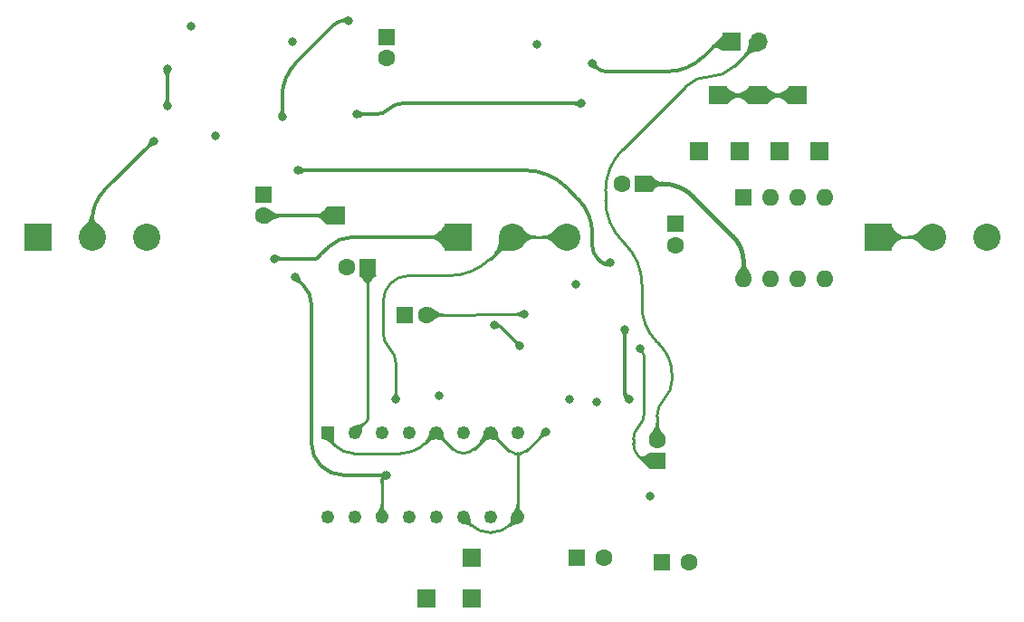
<source format=gbl>
%TF.GenerationSoftware,KiCad,Pcbnew,7.0.2*%
%TF.CreationDate,2023-07-16T22:24:44-04:00*%
%TF.ProjectId,hellerune,68656c6c-6572-4756-9e65-2e6b69636164,rev?*%
%TF.SameCoordinates,Original*%
%TF.FileFunction,Copper,L4,Bot*%
%TF.FilePolarity,Positive*%
%FSLAX46Y46*%
G04 Gerber Fmt 4.6, Leading zero omitted, Abs format (unit mm)*
G04 Created by KiCad (PCBNEW 7.0.2) date 2023-07-16 22:24:44*
%MOMM*%
%LPD*%
G01*
G04 APERTURE LIST*
%TA.AperFunction,ComponentPad*%
%ADD10R,1.700000X1.700000*%
%TD*%
%TA.AperFunction,ComponentPad*%
%ADD11O,1.700000X1.700000*%
%TD*%
%TA.AperFunction,ComponentPad*%
%ADD12R,2.540000X2.540000*%
%TD*%
%TA.AperFunction,ComponentPad*%
%ADD13C,2.540000*%
%TD*%
%TA.AperFunction,ComponentPad*%
%ADD14R,1.600000X1.600000*%
%TD*%
%TA.AperFunction,ComponentPad*%
%ADD15O,1.600000X1.600000*%
%TD*%
%TA.AperFunction,ComponentPad*%
%ADD16C,1.600000*%
%TD*%
%TA.AperFunction,ComponentPad*%
%ADD17R,1.248000X1.248000*%
%TD*%
%TA.AperFunction,ComponentPad*%
%ADD18C,1.248000*%
%TD*%
%TA.AperFunction,ViaPad*%
%ADD19C,0.800000*%
%TD*%
%TA.AperFunction,Conductor*%
%ADD20C,0.300000*%
%TD*%
%TA.AperFunction,Conductor*%
%ADD21C,0.250000*%
%TD*%
%TA.AperFunction,Conductor*%
%ADD22C,0.400000*%
%TD*%
G04 APERTURE END LIST*
D10*
X159750000Y-56750000D03*
D11*
X162290000Y-56750000D03*
D10*
X168000000Y-67000000D03*
X135500000Y-105000000D03*
D12*
X94920000Y-74985500D03*
D13*
X100000000Y-74985500D03*
X105080000Y-74985500D03*
D12*
X173456800Y-75000000D03*
D13*
X178536800Y-75000000D03*
X183616800Y-75000000D03*
D10*
X156750000Y-67000000D03*
X166000000Y-61750000D03*
X164250000Y-67000000D03*
X158500000Y-61750000D03*
X122750000Y-73000000D03*
X160500000Y-67000000D03*
X131250000Y-108750000D03*
X135500000Y-108750000D03*
X162250000Y-61750000D03*
D12*
X134170000Y-74985500D03*
D13*
X139250000Y-74985500D03*
X144330000Y-74985500D03*
D14*
X160920000Y-71250000D03*
D15*
X163460000Y-71250000D03*
X166000000Y-71250000D03*
X168540000Y-71250000D03*
X168540000Y-78870000D03*
X166000000Y-78870000D03*
X163460000Y-78870000D03*
X160920000Y-78870000D03*
D14*
X127500000Y-56250000D03*
D16*
X127500000Y-58250000D03*
D14*
X145317621Y-105000000D03*
D16*
X147817621Y-105000000D03*
D14*
X125755113Y-77800000D03*
D16*
X123755113Y-77800000D03*
D14*
X151500000Y-70000000D03*
D16*
X149500000Y-70000000D03*
D14*
X116000000Y-71000000D03*
D16*
X116000000Y-73000000D03*
D14*
X152800000Y-95955113D03*
D16*
X152800000Y-93955113D03*
D14*
X153300000Y-105400000D03*
D16*
X155800000Y-105400000D03*
D14*
X154500000Y-73750000D03*
D16*
X154500000Y-75750000D03*
D14*
X129250000Y-82250000D03*
D16*
X131250000Y-82250000D03*
D17*
X121999293Y-93250707D03*
D18*
X124539293Y-93250707D03*
X127079293Y-93250707D03*
X129619293Y-93250707D03*
X132159293Y-93250707D03*
X134699293Y-93250707D03*
X137239293Y-93250707D03*
X139779293Y-93250707D03*
X139779293Y-101190707D03*
X137239293Y-101190707D03*
X134699293Y-101190707D03*
X132159293Y-101190707D03*
X129619293Y-101190707D03*
X127079293Y-101190707D03*
X124539293Y-101190707D03*
X121999293Y-101190707D03*
D19*
X105750000Y-66000000D03*
X146750000Y-58750000D03*
X132400000Y-89800000D03*
X145200000Y-79400000D03*
X118750000Y-56750000D03*
X141600000Y-57000000D03*
X111500000Y-65500000D03*
X144600000Y-90200000D03*
X124750000Y-63500000D03*
X145750000Y-62500000D03*
X119250000Y-68750000D03*
X142400000Y-93200000D03*
X148400000Y-77400000D03*
X149800000Y-83600000D03*
X150200000Y-90200000D03*
X107000000Y-62750000D03*
X107000000Y-59250000D03*
X128400000Y-90200000D03*
X109250000Y-55250000D03*
X147200000Y-90400000D03*
X152200000Y-99200000D03*
X140000000Y-85200000D03*
X137600000Y-83200000D03*
X119000000Y-78750000D03*
X127500000Y-97250000D03*
X140400000Y-82200000D03*
X151200000Y-85400000D03*
X117000000Y-77000000D03*
X124000000Y-54750000D03*
X117750000Y-63750000D03*
D20*
X100000000Y-73367750D02*
X100000000Y-74985500D01*
X105750000Y-66000000D02*
X101143921Y-70606078D01*
X101143895Y-70606052D02*
G75*
G03*
X100000000Y-73367750I2761705J-2761648D01*
G01*
X159125000Y-56750000D02*
X159750000Y-56750000D01*
X153805456Y-59500000D02*
X148030330Y-59500000D01*
X158058058Y-57191941D02*
X157125000Y-58125000D01*
X146750000Y-58750000D02*
X147125000Y-59125000D01*
X153805456Y-59499981D02*
G75*
G03*
X157124999Y-58124999I44J4694481D01*
G01*
X159125000Y-56750005D02*
G75*
G03*
X158058059Y-57191942I0J-1508895D01*
G01*
X147124991Y-59125009D02*
G75*
G03*
X148030330Y-59500000I905309J905309D01*
G01*
X145750000Y-62500000D02*
X128957106Y-62500000D01*
X126542893Y-63500000D02*
X124750000Y-63500000D01*
X128957106Y-62500003D02*
G75*
G03*
X127750000Y-63000000I-6J-1707097D01*
G01*
X126542893Y-63499997D02*
G75*
G03*
X127750000Y-63000000I7J1707097D01*
G01*
X149800000Y-89517157D02*
X149800000Y-83600000D01*
D21*
X139074646Y-101895353D02*
X139779293Y-101190707D01*
X137240000Y-93250000D02*
X138974332Y-94984332D01*
X135403939Y-101895353D02*
X134699293Y-101190707D01*
D20*
X148229289Y-77500000D02*
X148025000Y-77500000D01*
D21*
X140571525Y-94998474D02*
X142320000Y-93250000D01*
X139785857Y-95200000D02*
X139814142Y-95200000D01*
D20*
X148400000Y-77400000D02*
X148350000Y-77450000D01*
X145424174Y-71424174D02*
X144343792Y-70343792D01*
D21*
X139780000Y-95234142D02*
X139780000Y-100870000D01*
X122194454Y-93994454D02*
X122700000Y-94500000D01*
X137105106Y-102600000D02*
X137373479Y-102600000D01*
X132160000Y-93250000D02*
X133692806Y-94782806D01*
X132160000Y-93250000D02*
X131185000Y-94225000D01*
D20*
X119250000Y-68750000D02*
X140496036Y-68750000D01*
D21*
X124389949Y-95200000D02*
X128831141Y-95200000D01*
D20*
X147555545Y-77305545D02*
X147250000Y-77000000D01*
X150000000Y-90000000D02*
X150200000Y-90200000D01*
D21*
X140085000Y-95200000D02*
X139814142Y-95200000D01*
X122000000Y-93525000D02*
X122000000Y-93250000D01*
D20*
X146750000Y-75792893D02*
X146750000Y-74625000D01*
D21*
X139495000Y-95200000D02*
X139785857Y-95200000D01*
X137240000Y-93250000D02*
X135707193Y-94782806D01*
D20*
X146750014Y-74625000D02*
G75*
G03*
X145424173Y-71424175I-4526614J0D01*
G01*
D21*
X139814142Y-95200018D02*
G75*
G03*
X139790000Y-95210000I-42J-34082D01*
G01*
X138974339Y-94984325D02*
G75*
G03*
X139495000Y-95200000I520661J520625D01*
G01*
X139789988Y-95209988D02*
G75*
G03*
X139780000Y-95234142I24112J-24112D01*
G01*
X128831141Y-95200017D02*
G75*
G03*
X131185000Y-94225000I-41J3328917D01*
G01*
X134700000Y-95199995D02*
G75*
G03*
X135707193Y-94782806I0J1424395D01*
G01*
X140085000Y-95199984D02*
G75*
G03*
X140571524Y-94998473I0J688084D01*
G01*
X135403939Y-101895353D02*
G75*
G03*
X137105106Y-102600000I1701161J1701153D01*
G01*
X139790072Y-95210072D02*
G75*
G03*
X139785857Y-95200000I-4172J4172D01*
G01*
X133692803Y-94782809D02*
G75*
G03*
X134700000Y-95200000I1007197J1007209D01*
G01*
D20*
X146750003Y-75792893D02*
G75*
G03*
X147250000Y-77000000I1707097J-7D01*
G01*
X144343784Y-70343800D02*
G75*
G03*
X140496036Y-68750000I-3847784J-3847800D01*
G01*
X149800018Y-89517157D02*
G75*
G03*
X150000000Y-90000000I682782J-43D01*
G01*
D21*
X137373479Y-102599988D02*
G75*
G03*
X139074646Y-101895353I21J2405788D01*
G01*
D20*
X148229289Y-77499995D02*
G75*
G03*
X148350000Y-77450000I11J170695D01*
G01*
D21*
X122700015Y-94499985D02*
G75*
G03*
X124389949Y-95200000I1689985J1689985D01*
G01*
X121999998Y-93525000D02*
G75*
G03*
X122194454Y-93994454I663902J0D01*
G01*
D20*
X147555547Y-77305543D02*
G75*
G03*
X148025000Y-77500000I469453J469443D01*
G01*
X107000000Y-62750000D02*
X107000000Y-59250000D01*
D21*
X125777556Y-92012443D02*
X124540000Y-93250000D01*
X125755113Y-91913373D02*
X125755113Y-77800000D01*
X125777556Y-92012443D02*
G75*
G03*
X125777556Y-91967556I-22456J22443D01*
G01*
X125755121Y-91913373D02*
G75*
G03*
X125777556Y-91967556I76579J-27D01*
G01*
X137229292Y-77006207D02*
X139250000Y-74985500D01*
X129589949Y-78600000D02*
X133381536Y-78600000D01*
X127200000Y-80989949D02*
X127200000Y-83951471D01*
X128400000Y-90200000D02*
X128400000Y-86848528D01*
X139250000Y-74985500D02*
X144330000Y-74985500D01*
X129589949Y-78600021D02*
G75*
G03*
X127900000Y-79300000I-49J-2389879D01*
G01*
X127200012Y-83951471D02*
G75*
G03*
X127800000Y-85400000I2048488J-29D01*
G01*
X133381536Y-78600010D02*
G75*
G03*
X137229292Y-77006207I-36J5441610D01*
G01*
X127899986Y-79299986D02*
G75*
G03*
X127200000Y-80989949I1689914J-1689914D01*
G01*
X128399988Y-86848528D02*
G75*
G03*
X127800000Y-85400000I-2048488J28D01*
G01*
D20*
X116000000Y-73000000D02*
X122750000Y-73000000D01*
D21*
X137600000Y-83200000D02*
X137800000Y-83200000D01*
X140000000Y-85200000D02*
X138141421Y-83341421D01*
X138141412Y-83341430D02*
G75*
G03*
X137800000Y-83200000I-341412J-341370D01*
G01*
X127500000Y-97250000D02*
X127289646Y-97460353D01*
D20*
X120500000Y-94262563D02*
X120500000Y-81310660D01*
X119000000Y-78750000D02*
X119750000Y-79500000D01*
D21*
X127079293Y-97968191D02*
X127079293Y-101190707D01*
D20*
X123487436Y-97250000D02*
X127500000Y-97250000D01*
D21*
X127289647Y-97460354D02*
G75*
G03*
X127079293Y-97968191I507853J-507846D01*
G01*
D20*
X121374989Y-96375011D02*
G75*
G03*
X123487436Y-97250000I2112411J2112411D01*
G01*
X120500016Y-81310660D02*
G75*
G03*
X119750000Y-79500000I-2560716J-40D01*
G01*
X120500016Y-94262563D02*
G75*
G03*
X121375001Y-96374999I2987384J-37D01*
G01*
D21*
X140400000Y-82200000D02*
X131250000Y-82250000D01*
X151077556Y-95477556D02*
X151114978Y-95514978D01*
X173456800Y-75000000D02*
X178536800Y-75000000D01*
X150600000Y-94324633D02*
X150600000Y-93907106D01*
X151600000Y-91492893D02*
X151600000Y-86082842D01*
X152177556Y-95955113D02*
X152800000Y-95955113D01*
X151400000Y-85600000D02*
X151200000Y-85400000D01*
X151100002Y-92700002D02*
G75*
G03*
X151600000Y-91492893I-1207102J1207102D01*
G01*
X150599983Y-94324633D02*
G75*
G03*
X151077556Y-95477556I1630517J33D01*
G01*
X151599982Y-86082842D02*
G75*
G03*
X151400000Y-85600000I-682782J42D01*
G01*
X151114999Y-95514957D02*
G75*
G03*
X152177556Y-95955113I1062601J1062557D01*
G01*
X151099998Y-92699998D02*
G75*
G03*
X150600000Y-93907106I1207102J-1207102D01*
G01*
X152800000Y-91789949D02*
X152800000Y-93955113D01*
X149806207Y-75606207D02*
X149593792Y-75393792D01*
X148000000Y-70653963D02*
X148000000Y-71546036D01*
X159998380Y-59041619D02*
X162290000Y-56750000D01*
X153068629Y-85068629D02*
X152800000Y-84800000D01*
X149593792Y-66806207D02*
X155491619Y-60908380D01*
X151400000Y-79453963D02*
X151400000Y-81420101D01*
X154200000Y-87800000D02*
X154200000Y-88410050D01*
X157745000Y-59974988D02*
G75*
G03*
X159998380Y-59041619I0J3186788D01*
G01*
X154200012Y-87800000D02*
G75*
G03*
X153068629Y-85068629I-3862712J0D01*
G01*
X149593821Y-66806236D02*
G75*
G03*
X148000000Y-70653963I3847679J-3847764D01*
G01*
X153499985Y-90099985D02*
G75*
G03*
X154200000Y-88410050I-1689985J1689985D01*
G01*
X157745000Y-59975011D02*
G75*
G03*
X155491619Y-60908380I0J-3186789D01*
G01*
X151400000Y-81420101D02*
G75*
G03*
X152800000Y-84800000I4779900J1D01*
G01*
X153499986Y-90099986D02*
G75*
G03*
X152800000Y-91789949I1689914J-1689914D01*
G01*
X147999990Y-71546036D02*
G75*
G03*
X149593793Y-75393791I5441610J36D01*
G01*
X151400010Y-79453963D02*
G75*
G03*
X149806206Y-75606208I-5441610J-37D01*
G01*
D22*
X162250000Y-61750000D02*
X158500000Y-61750000D01*
X162250000Y-61750000D02*
X166000000Y-61750000D01*
D20*
X122069750Y-75930250D02*
X121375000Y-76625000D01*
X124350578Y-74985500D02*
X134170000Y-74985500D01*
X121375000Y-76625000D02*
X121250000Y-76750000D01*
X121203125Y-76796875D02*
X121250000Y-76750000D01*
X121078125Y-76921875D02*
X121062500Y-76937500D01*
X121109375Y-76890625D02*
X121078125Y-76921875D01*
X121171875Y-76828125D02*
X121140625Y-76859375D01*
X121203125Y-76796875D02*
X121171875Y-76828125D01*
X121109375Y-76890625D02*
X121140625Y-76859375D01*
X120911611Y-77000000D02*
X117000000Y-77000000D01*
X124350578Y-74985491D02*
G75*
G03*
X122069750Y-75930250I22J-3225609D01*
G01*
X120911611Y-77000004D02*
G75*
G03*
X121062499Y-76937499I-11J213404D01*
G01*
X122646446Y-55103553D02*
X119075825Y-58674174D01*
X117750000Y-63750000D02*
X117750000Y-61875000D01*
X124000000Y-54750000D02*
X123500000Y-54750000D01*
X123500000Y-54749998D02*
G75*
G03*
X122646446Y-55103553I0J-1207102D01*
G01*
X119075836Y-58674185D02*
G75*
G03*
X117750000Y-61875000I3200764J-3200815D01*
G01*
D22*
X153250000Y-70000000D02*
X151500000Y-70000000D01*
X160920000Y-77395000D02*
X160920000Y-78870000D01*
X156237436Y-71237436D02*
X159877017Y-74877017D01*
X160919989Y-77395000D02*
G75*
G03*
X159877016Y-74877018I-3560989J0D01*
G01*
X156237441Y-71237431D02*
G75*
G03*
X153250000Y-70000000I-2987441J-2987469D01*
G01*
%TA.AperFunction,Conductor*%
G36*
X132909098Y-73992658D02*
G01*
X134159313Y-74976305D01*
X134163696Y-74984114D01*
X134161273Y-74992735D01*
X134159313Y-74994695D01*
X132909098Y-75978341D01*
X132900477Y-75980764D01*
X132892745Y-75976477D01*
X132700156Y-75736947D01*
X132700155Y-75736946D01*
X132700000Y-75736753D01*
X132500000Y-75527380D01*
X132299999Y-75357380D01*
X132099999Y-75226753D01*
X132099995Y-75226751D01*
X131906843Y-75138622D01*
X131900739Y-75132071D01*
X131900000Y-75127978D01*
X131900000Y-74843021D01*
X131903427Y-74834748D01*
X131906839Y-74832379D01*
X132099999Y-74744246D01*
X132299999Y-74613619D01*
X132500000Y-74443619D01*
X132700000Y-74234246D01*
X132892746Y-73994521D01*
X132900599Y-73990221D01*
X132909098Y-73992658D01*
G37*
%TD.AperFunction*%
%TA.AperFunction,Conductor*%
G36*
X117163670Y-76635431D02*
G01*
X117164122Y-76635631D01*
X117271831Y-76686160D01*
X117308392Y-76703312D01*
X117309077Y-76703661D01*
X117418746Y-76764200D01*
X117418900Y-76764273D01*
X117418907Y-76764277D01*
X117453522Y-76780774D01*
X117515605Y-76810364D01*
X117631847Y-76839715D01*
X117789014Y-76849328D01*
X117797063Y-76853253D01*
X117800000Y-76861006D01*
X117800000Y-77138993D01*
X117796573Y-77147266D01*
X117789014Y-77150671D01*
X117631847Y-77160284D01*
X117515606Y-77189634D01*
X117418907Y-77235721D01*
X117418875Y-77235737D01*
X117418746Y-77235799D01*
X117418597Y-77235881D01*
X117418582Y-77235889D01*
X117309077Y-77296337D01*
X117308392Y-77296686D01*
X117164137Y-77364361D01*
X117155192Y-77364773D01*
X117148576Y-77358738D01*
X117148381Y-77358299D01*
X117000875Y-77004499D01*
X117000855Y-76995550D01*
X117148370Y-76641726D01*
X117154716Y-76635410D01*
X117163670Y-76635431D01*
G37*
%TD.AperFunction*%
%TA.AperFunction,Conductor*%
G36*
X143583045Y-73994887D02*
G01*
X143583606Y-73995573D01*
X143759826Y-74228977D01*
X144325677Y-74978450D01*
X144327927Y-74987118D01*
X144325677Y-74992550D01*
X143583611Y-75975420D01*
X143575891Y-75979958D01*
X143567223Y-75977708D01*
X143566531Y-75977142D01*
X143300430Y-75742288D01*
X143299849Y-75741739D01*
X143067142Y-75506185D01*
X143067135Y-75506178D01*
X143066921Y-75505962D01*
X142820048Y-75304141D01*
X142820047Y-75304140D01*
X142503185Y-75163380D01*
X142070314Y-75111730D01*
X142062505Y-75107347D01*
X142060000Y-75100112D01*
X142060000Y-74870887D01*
X142063427Y-74862614D01*
X142070313Y-74859269D01*
X142503183Y-74807619D01*
X142820048Y-74666858D01*
X143066921Y-74465037D01*
X143299870Y-74229239D01*
X143300408Y-74228730D01*
X143566532Y-73993856D01*
X143575001Y-73990952D01*
X143583045Y-73994887D01*
G37*
%TD.AperFunction*%
%TA.AperFunction,Conductor*%
G36*
X165158279Y-60908304D02*
G01*
X165158831Y-60908820D01*
X165636645Y-61386073D01*
X165992712Y-61741722D01*
X165996144Y-61749993D01*
X165992722Y-61758268D01*
X165992712Y-61758278D01*
X165158841Y-62591169D01*
X165150566Y-62594591D01*
X165142295Y-62591159D01*
X165141769Y-62590597D01*
X165119883Y-62565595D01*
X164980000Y-62405797D01*
X164979806Y-62405612D01*
X164810224Y-62243909D01*
X164810218Y-62243903D01*
X164810000Y-62243696D01*
X164809757Y-62243510D01*
X164809751Y-62243505D01*
X164640299Y-62113925D01*
X164640294Y-62113922D01*
X164639999Y-62113696D01*
X164639673Y-62113508D01*
X164469997Y-62015795D01*
X164307477Y-61952893D01*
X164300998Y-61946711D01*
X164300000Y-61941982D01*
X164300000Y-61558017D01*
X164303427Y-61549744D01*
X164307477Y-61547106D01*
X164469997Y-61484203D01*
X164469999Y-61484202D01*
X164639999Y-61386303D01*
X164810000Y-61256303D01*
X164980000Y-61094202D01*
X165141770Y-60909401D01*
X165149797Y-60905434D01*
X165158279Y-60908304D01*
G37*
%TD.AperFunction*%
%TA.AperFunction,Conductor*%
G36*
X127351423Y-96891261D02*
G01*
X127351630Y-96891728D01*
X127499123Y-97245498D01*
X127499144Y-97254452D01*
X127499123Y-97254502D01*
X127351630Y-97608271D01*
X127345283Y-97614589D01*
X127336329Y-97614568D01*
X127335862Y-97614361D01*
X127191605Y-97546686D01*
X127190920Y-97546337D01*
X127081415Y-97485889D01*
X127081252Y-97485799D01*
X127081109Y-97485731D01*
X127081090Y-97485721D01*
X126984392Y-97439634D01*
X126907416Y-97420198D01*
X126868152Y-97410284D01*
X126858069Y-97409667D01*
X126710986Y-97400671D01*
X126702937Y-97396746D01*
X126700000Y-97388993D01*
X126700000Y-97111006D01*
X126703427Y-97102733D01*
X126710985Y-97099328D01*
X126868152Y-97089715D01*
X126984394Y-97060364D01*
X127081252Y-97014200D01*
X127190928Y-96953656D01*
X127191596Y-96953316D01*
X127335863Y-96885637D01*
X127344807Y-96885226D01*
X127351423Y-96891261D01*
G37*
%TD.AperFunction*%
%TA.AperFunction,Conductor*%
G36*
X149949130Y-89529024D02*
G01*
X149952373Y-89534685D01*
X149985328Y-89670778D01*
X149985328Y-89670779D01*
X150072828Y-89738876D01*
X150080208Y-89740952D01*
X150195853Y-89773485D01*
X150196161Y-89773576D01*
X150336590Y-89817885D01*
X150339667Y-89819381D01*
X150471211Y-89909213D01*
X150476111Y-89916709D01*
X150474275Y-89925473D01*
X150472901Y-89927133D01*
X150201678Y-90199331D01*
X150197842Y-90201893D01*
X149841273Y-90348618D01*
X149832318Y-90348597D01*
X149826001Y-90342250D01*
X149825999Y-90342245D01*
X149767961Y-90200999D01*
X149750648Y-90158864D01*
X149750465Y-90158390D01*
X149699760Y-90017493D01*
X149699366Y-90016148D01*
X149676645Y-89917157D01*
X149670591Y-89890778D01*
X149670350Y-89889288D01*
X149656332Y-89740924D01*
X149656288Y-89740218D01*
X149650557Y-89542613D01*
X149653742Y-89534245D01*
X149661912Y-89530580D01*
X149940800Y-89525741D01*
X149949130Y-89529024D01*
G37*
%TD.AperFunction*%
%TA.AperFunction,Conductor*%
G36*
X119413670Y-68385431D02*
G01*
X119414122Y-68385631D01*
X119521831Y-68436160D01*
X119558392Y-68453312D01*
X119559077Y-68453661D01*
X119668746Y-68514200D01*
X119668900Y-68514273D01*
X119668907Y-68514277D01*
X119703522Y-68530774D01*
X119765605Y-68560364D01*
X119881847Y-68589715D01*
X120039014Y-68599328D01*
X120047063Y-68603253D01*
X120050000Y-68611006D01*
X120050000Y-68888993D01*
X120046573Y-68897266D01*
X120039014Y-68900671D01*
X119881847Y-68910284D01*
X119765606Y-68939634D01*
X119668907Y-68985721D01*
X119668875Y-68985737D01*
X119668746Y-68985799D01*
X119668597Y-68985881D01*
X119668582Y-68985889D01*
X119559077Y-69046337D01*
X119558392Y-69046686D01*
X119414137Y-69114361D01*
X119405192Y-69114773D01*
X119398576Y-69108738D01*
X119398381Y-69108299D01*
X119250875Y-68754499D01*
X119250855Y-68745550D01*
X119398370Y-68391726D01*
X119404716Y-68385410D01*
X119413670Y-68385431D01*
G37*
%TD.AperFunction*%
%TA.AperFunction,Conductor*%
G36*
X127495517Y-97247148D02*
G01*
X127501863Y-97253464D01*
X127501878Y-97253500D01*
X127648207Y-97607771D01*
X127648198Y-97616726D01*
X127641860Y-97623052D01*
X127640920Y-97623394D01*
X127512075Y-97664133D01*
X127511103Y-97664395D01*
X127390032Y-97691486D01*
X127390017Y-97691490D01*
X127389670Y-97691568D01*
X127389328Y-97691691D01*
X127389317Y-97691695D01*
X127293712Y-97726312D01*
X127293710Y-97726314D01*
X127230128Y-97793437D01*
X127230127Y-97793440D01*
X127207249Y-97908248D01*
X127202272Y-97915691D01*
X127195539Y-97917659D01*
X126967193Y-97913043D01*
X126958990Y-97909449D01*
X126955731Y-97901110D01*
X126961493Y-97705082D01*
X126961530Y-97704462D01*
X126974601Y-97557162D01*
X126974827Y-97555694D01*
X127002128Y-97431187D01*
X127002511Y-97429838D01*
X127051646Y-97290013D01*
X127051848Y-97289483D01*
X127066536Y-97253500D01*
X127126015Y-97107786D01*
X127132312Y-97101425D01*
X127141267Y-97101379D01*
X127495517Y-97247148D01*
G37*
%TD.AperFunction*%
%TA.AperFunction,Conductor*%
G36*
X152007856Y-95162967D02*
G01*
X152791634Y-95946527D01*
X152795062Y-95954799D01*
X152791636Y-95963073D01*
X152790740Y-95963881D01*
X152009967Y-96598307D01*
X152001386Y-96600865D01*
X151993509Y-96596605D01*
X151992868Y-96595737D01*
X151835388Y-96360137D01*
X151670776Y-96149833D01*
X151506164Y-95975495D01*
X151505902Y-95975275D01*
X151505896Y-95975269D01*
X151341551Y-95837121D01*
X151187615Y-95741356D01*
X151182400Y-95734077D01*
X151183861Y-95725242D01*
X151184317Y-95724563D01*
X151321260Y-95536087D01*
X151328267Y-95531526D01*
X151459113Y-95503451D01*
X151594335Y-95451209D01*
X151729556Y-95375739D01*
X151864778Y-95277040D01*
X151991750Y-95162551D01*
X152000188Y-95159557D01*
X152007856Y-95162967D01*
G37*
%TD.AperFunction*%
%TA.AperFunction,Conductor*%
G36*
X161117723Y-77396138D02*
G01*
X161121172Y-77403193D01*
X161155236Y-77704839D01*
X161241930Y-77911878D01*
X161364910Y-78079958D01*
X161508476Y-78274494D01*
X161509442Y-78276043D01*
X161653222Y-78552542D01*
X161653999Y-78561463D01*
X161648240Y-78568320D01*
X161647332Y-78568744D01*
X160924500Y-78869133D01*
X160915547Y-78869143D01*
X160192720Y-78568766D01*
X160186396Y-78562428D01*
X160186407Y-78553473D01*
X160186855Y-78552518D01*
X160331660Y-78277092D01*
X160332673Y-78275498D01*
X160479032Y-78081821D01*
X160604273Y-77914530D01*
X160690407Y-77708366D01*
X160719017Y-77407781D01*
X160723212Y-77399872D01*
X160730528Y-77397193D01*
X161109412Y-77392807D01*
X161117723Y-77396138D01*
G37*
%TD.AperFunction*%
%TA.AperFunction,Conductor*%
G36*
X123851430Y-54391244D02*
G01*
X123851435Y-54391255D01*
X123851436Y-54391258D01*
X123999073Y-54745190D01*
X123999096Y-54754144D01*
X123999076Y-54754192D01*
X123851851Y-55107726D01*
X123845507Y-55114046D01*
X123836552Y-55114029D01*
X123835594Y-55113578D01*
X123705994Y-55045264D01*
X123704679Y-55044456D01*
X123603421Y-54972601D01*
X123603258Y-54972485D01*
X123603092Y-54972383D01*
X123603085Y-54972379D01*
X123513728Y-54917822D01*
X123461698Y-54907131D01*
X123409670Y-54896440D01*
X123409669Y-54896440D01*
X123274156Y-54921959D01*
X123265392Y-54920122D01*
X123260864Y-54914077D01*
X123255133Y-54896440D01*
X123174931Y-54649606D01*
X123175633Y-54640680D01*
X123182374Y-54634887D01*
X123341587Y-54582080D01*
X123341714Y-54582035D01*
X123461497Y-54539276D01*
X123461693Y-54539201D01*
X123563841Y-54498896D01*
X123563937Y-54498856D01*
X123681393Y-54449700D01*
X123681393Y-54449699D01*
X123836122Y-54384967D01*
X123845077Y-54384937D01*
X123851430Y-54391244D01*
G37*
%TD.AperFunction*%
%TA.AperFunction,Conductor*%
G36*
X135272529Y-100956967D02*
G01*
X135278853Y-100963308D01*
X135279314Y-100964654D01*
X135344041Y-101198888D01*
X135344445Y-101201342D01*
X135355720Y-101400226D01*
X135355721Y-101400227D01*
X135364504Y-101571671D01*
X135425396Y-101733787D01*
X135536522Y-101847876D01*
X135586005Y-101898679D01*
X135589323Y-101906997D01*
X135586906Y-101913965D01*
X135447427Y-102095738D01*
X135439672Y-102100216D01*
X135431829Y-102098465D01*
X135226977Y-101967084D01*
X135056055Y-101906434D01*
X134894039Y-101880667D01*
X134707717Y-101848287D01*
X134706069Y-101847876D01*
X134472466Y-101771139D01*
X134465675Y-101765301D01*
X134465001Y-101756372D01*
X134465293Y-101755581D01*
X134696645Y-101194595D01*
X134702965Y-101188256D01*
X135263576Y-100956954D01*
X135272529Y-100956967D01*
G37*
%TD.AperFunction*%
%TA.AperFunction,Conductor*%
G36*
X177789845Y-74009387D02*
G01*
X177790406Y-74010073D01*
X177966626Y-74243477D01*
X178532477Y-74992950D01*
X178534727Y-75001618D01*
X178532477Y-75007050D01*
X177790411Y-75989920D01*
X177782691Y-75994458D01*
X177774023Y-75992208D01*
X177773331Y-75991642D01*
X177507230Y-75756788D01*
X177506649Y-75756239D01*
X177273942Y-75520685D01*
X177273935Y-75520678D01*
X177273721Y-75520462D01*
X177026848Y-75318641D01*
X177026847Y-75318640D01*
X176709985Y-75177880D01*
X176277114Y-75126230D01*
X176269305Y-75121847D01*
X176266800Y-75114612D01*
X176266800Y-74885387D01*
X176270227Y-74877114D01*
X176277113Y-74873769D01*
X176709983Y-74822119D01*
X177026848Y-74681358D01*
X177273721Y-74479537D01*
X177506670Y-74243739D01*
X177507208Y-74243230D01*
X177773332Y-74008356D01*
X177781801Y-74005452D01*
X177789845Y-74009387D01*
G37*
%TD.AperFunction*%
%TA.AperFunction,Conductor*%
G36*
X127201971Y-99946134D02*
G01*
X127205340Y-99953248D01*
X127223786Y-100138910D01*
X127230940Y-100210912D01*
X127302293Y-100389664D01*
X127302295Y-100389669D01*
X127405477Y-100535247D01*
X127480729Y-100639172D01*
X127527089Y-100703198D01*
X127528006Y-100704688D01*
X127649956Y-100940620D01*
X127650710Y-100949543D01*
X127644934Y-100956386D01*
X127644055Y-100956795D01*
X127083786Y-101189838D01*
X127074832Y-101189851D01*
X127074800Y-101189838D01*
X126514529Y-100956795D01*
X126508206Y-100950453D01*
X126508219Y-100941499D01*
X126508617Y-100940641D01*
X126630584Y-100704673D01*
X126631494Y-100703198D01*
X126753108Y-100535247D01*
X126856289Y-100389669D01*
X126927645Y-100210910D01*
X126953245Y-99953248D01*
X126957473Y-99945356D01*
X126964888Y-99942707D01*
X127193698Y-99942707D01*
X127201971Y-99946134D01*
G37*
%TD.AperFunction*%
%TA.AperFunction,Conductor*%
G36*
X107358272Y-59398370D02*
G01*
X107364589Y-59404716D01*
X107364568Y-59413670D01*
X107364361Y-59414137D01*
X107296686Y-59558392D01*
X107296337Y-59559077D01*
X107235889Y-59668582D01*
X107235881Y-59668597D01*
X107235799Y-59668746D01*
X107235737Y-59668875D01*
X107235721Y-59668907D01*
X107189634Y-59765606D01*
X107160284Y-59881847D01*
X107150672Y-60039014D01*
X107146747Y-60047063D01*
X107138994Y-60050000D01*
X106861006Y-60050000D01*
X106852733Y-60046573D01*
X106849328Y-60039014D01*
X106839715Y-59881847D01*
X106810364Y-59765605D01*
X106764200Y-59668746D01*
X106703661Y-59559077D01*
X106703312Y-59558392D01*
X106635638Y-59414137D01*
X106635226Y-59405192D01*
X106641261Y-59398576D01*
X106641683Y-59398388D01*
X106995500Y-59250875D01*
X107004449Y-59250855D01*
X107358272Y-59398370D01*
G37*
%TD.AperFunction*%
%TA.AperFunction,Conductor*%
G36*
X139215009Y-100956953D02*
G01*
X139775588Y-101188243D01*
X139781928Y-101194566D01*
X139781941Y-101194597D01*
X140013284Y-101755562D01*
X140013270Y-101764517D01*
X140006929Y-101770839D01*
X140006119Y-101771139D01*
X139772514Y-101847876D01*
X139770866Y-101848287D01*
X139584545Y-101880668D01*
X139422528Y-101906434D01*
X139251606Y-101967084D01*
X139046754Y-102098465D01*
X139037940Y-102100046D01*
X139031156Y-102095738D01*
X138891678Y-101913964D01*
X138889360Y-101905315D01*
X138892577Y-101898681D01*
X139053189Y-101733787D01*
X139114081Y-101571672D01*
X139122864Y-101400228D01*
X139134139Y-101201339D01*
X139134543Y-101198888D01*
X139135738Y-101194566D01*
X139199271Y-100964653D01*
X139204777Y-100957592D01*
X139213664Y-100956493D01*
X139215009Y-100956953D01*
G37*
%TD.AperFunction*%
%TA.AperFunction,Conductor*%
G36*
X137891095Y-82925333D02*
G01*
X138008508Y-83041668D01*
X138098650Y-83129060D01*
X138176952Y-83204079D01*
X138267095Y-83291471D01*
X138384411Y-83407711D01*
X138387876Y-83415968D01*
X138384487Y-83424257D01*
X138222932Y-83585812D01*
X138214659Y-83589239D01*
X138207940Y-83587117D01*
X138097856Y-83509879D01*
X138097855Y-83509878D01*
X138097854Y-83509878D01*
X138003220Y-83502004D01*
X137993776Y-83501219D01*
X137993775Y-83501219D01*
X137887161Y-83534725D01*
X137887006Y-83534777D01*
X137762541Y-83577952D01*
X137760263Y-83578494D01*
X137613232Y-83598224D01*
X137604577Y-83595928D01*
X137600080Y-83588184D01*
X137599976Y-83586649D01*
X137599962Y-83578494D01*
X137599301Y-83204166D01*
X137602711Y-83195891D01*
X137874609Y-82925349D01*
X137882889Y-82921944D01*
X137891095Y-82925333D01*
G37*
%TD.AperFunction*%
%TA.AperFunction,Conductor*%
G36*
X139902675Y-99946275D02*
G01*
X139906045Y-99953394D01*
X139931581Y-100210975D01*
X140002776Y-100389726D01*
X140105737Y-100535287D01*
X140105760Y-100535320D01*
X140227192Y-100703264D01*
X140228106Y-100704749D01*
X140349960Y-100940621D01*
X140350712Y-100949544D01*
X140344935Y-100956386D01*
X140344058Y-100956794D01*
X139783786Y-101189838D01*
X139774832Y-101189851D01*
X139774800Y-101189838D01*
X139214532Y-100956796D01*
X139208209Y-100950454D01*
X139208222Y-100941500D01*
X139208632Y-100940621D01*
X139330666Y-100704676D01*
X139331575Y-100703200D01*
X139453370Y-100535287D01*
X139556756Y-100389773D01*
X139556775Y-100389727D01*
X139628281Y-100211059D01*
X139653950Y-99953388D01*
X139658180Y-99945496D01*
X139665592Y-99942848D01*
X139894402Y-99942848D01*
X139902675Y-99946275D01*
G37*
%TD.AperFunction*%
%TA.AperFunction,Conductor*%
G36*
X107147267Y-61953427D02*
G01*
X107150672Y-61960986D01*
X107160284Y-62118151D01*
X107189634Y-62234392D01*
X107235721Y-62331090D01*
X107235731Y-62331109D01*
X107235799Y-62331252D01*
X107235889Y-62331415D01*
X107296337Y-62440920D01*
X107296686Y-62441605D01*
X107364361Y-62585862D01*
X107364773Y-62594807D01*
X107358738Y-62601423D01*
X107358271Y-62601630D01*
X107004502Y-62749123D01*
X106995548Y-62749144D01*
X106995498Y-62749123D01*
X106641728Y-62601630D01*
X106635410Y-62595283D01*
X106635431Y-62586329D01*
X106635624Y-62585892D01*
X106703316Y-62441596D01*
X106703661Y-62440920D01*
X106764200Y-62331252D01*
X106810364Y-62234394D01*
X106839715Y-62118152D01*
X106849328Y-61960985D01*
X106853253Y-61952937D01*
X106861006Y-61950000D01*
X107138994Y-61950000D01*
X107147267Y-61953427D01*
G37*
%TD.AperFunction*%
%TA.AperFunction,Conductor*%
G36*
X117897267Y-62953427D02*
G01*
X117900672Y-62960986D01*
X117910284Y-63118151D01*
X117939634Y-63234392D01*
X117985721Y-63331090D01*
X117985731Y-63331109D01*
X117985799Y-63331252D01*
X117985889Y-63331415D01*
X118046337Y-63440920D01*
X118046686Y-63441605D01*
X118114361Y-63585862D01*
X118114773Y-63594807D01*
X118108738Y-63601423D01*
X118108271Y-63601630D01*
X117754502Y-63749123D01*
X117745548Y-63749144D01*
X117745498Y-63749123D01*
X117391728Y-63601630D01*
X117385410Y-63595283D01*
X117385431Y-63586329D01*
X117385624Y-63585892D01*
X117453316Y-63441596D01*
X117453661Y-63440920D01*
X117514200Y-63331252D01*
X117560364Y-63234394D01*
X117589715Y-63118152D01*
X117599328Y-62960985D01*
X117603253Y-62952937D01*
X117611006Y-62950000D01*
X117888994Y-62950000D01*
X117897267Y-62953427D01*
G37*
%TD.AperFunction*%
%TA.AperFunction,Conductor*%
G36*
X174734023Y-74009200D02*
G01*
X174926799Y-74254726D01*
X175126799Y-74469589D01*
X175127022Y-74469784D01*
X175127026Y-74469788D01*
X175326517Y-74644342D01*
X175326522Y-74644346D01*
X175326800Y-74644589D01*
X175327111Y-74644799D01*
X175526794Y-74779722D01*
X175526799Y-74779724D01*
X175526800Y-74779725D01*
X175720132Y-74871823D01*
X175726127Y-74878475D01*
X175726800Y-74882386D01*
X175726800Y-75117613D01*
X175723373Y-75125886D01*
X175720132Y-75128176D01*
X175526794Y-75220276D01*
X175327111Y-75355199D01*
X175327101Y-75355206D01*
X175326800Y-75355410D01*
X175326532Y-75355644D01*
X175326517Y-75355656D01*
X175127026Y-75530210D01*
X175127011Y-75530224D01*
X175126799Y-75530410D01*
X175126606Y-75530616D01*
X175126597Y-75530626D01*
X174926973Y-75745085D01*
X174926961Y-75745097D01*
X174926799Y-75745273D01*
X174926645Y-75745468D01*
X174926634Y-75745482D01*
X174734032Y-75990788D01*
X174726228Y-75995179D01*
X174717605Y-75992765D01*
X174717595Y-75992758D01*
X173467485Y-75009193D01*
X173463103Y-75001386D01*
X173465526Y-74992765D01*
X173467482Y-74990808D01*
X174717597Y-74007240D01*
X174726216Y-74004818D01*
X174734023Y-74009200D01*
G37*
%TD.AperFunction*%
%TA.AperFunction,Conductor*%
G36*
X122617865Y-93109271D02*
G01*
X122623079Y-93116551D01*
X122623384Y-93119131D01*
X122625118Y-93394601D01*
X122626945Y-93654773D01*
X122628772Y-93885005D01*
X122630599Y-94085297D01*
X122632373Y-94250729D01*
X122629035Y-94259039D01*
X122628947Y-94259128D01*
X122463992Y-94424083D01*
X122455719Y-94427510D01*
X122447446Y-94424083D01*
X122447377Y-94424013D01*
X122287278Y-94261205D01*
X122287273Y-94261201D01*
X122287078Y-94261002D01*
X122280701Y-94255650D01*
X122118762Y-94119733D01*
X122118506Y-94119518D01*
X121949934Y-94007974D01*
X121949584Y-94007804D01*
X121949576Y-94007800D01*
X121781358Y-93926368D01*
X121627280Y-93879147D01*
X121620374Y-93873447D01*
X121619522Y-93864533D01*
X121620750Y-93861818D01*
X121996028Y-93254140D01*
X122003289Y-93248904D01*
X122609032Y-93107810D01*
X122617865Y-93109271D01*
G37*
%TD.AperFunction*%
%TA.AperFunction,Conductor*%
G36*
X145601423Y-62141261D02*
G01*
X145601630Y-62141728D01*
X145749123Y-62495498D01*
X145749144Y-62504452D01*
X145749123Y-62504502D01*
X145601630Y-62858271D01*
X145595283Y-62864589D01*
X145586329Y-62864568D01*
X145585862Y-62864361D01*
X145441605Y-62796686D01*
X145440920Y-62796337D01*
X145331415Y-62735889D01*
X145331252Y-62735799D01*
X145331109Y-62735731D01*
X145331090Y-62735721D01*
X145234392Y-62689634D01*
X145157416Y-62670198D01*
X145118152Y-62660284D01*
X145108069Y-62659667D01*
X144960986Y-62650671D01*
X144952937Y-62646746D01*
X144950000Y-62638993D01*
X144950000Y-62361006D01*
X144953427Y-62352733D01*
X144960985Y-62349328D01*
X145118152Y-62339715D01*
X145234394Y-62310364D01*
X145331252Y-62264200D01*
X145440928Y-62203656D01*
X145441596Y-62203316D01*
X145585863Y-62135637D01*
X145594807Y-62135226D01*
X145601423Y-62141261D01*
G37*
%TD.AperFunction*%
%TA.AperFunction,Conductor*%
G36*
X131566521Y-81516420D02*
G01*
X131567487Y-81516874D01*
X131874321Y-81678626D01*
X131875958Y-81679671D01*
X132090319Y-81843067D01*
X132275162Y-81983496D01*
X132275163Y-81983496D01*
X132275164Y-81983497D01*
X132503332Y-82081015D01*
X132837982Y-82115196D01*
X132845864Y-82119445D01*
X132848493Y-82126771D01*
X132849744Y-82355771D01*
X132846362Y-82364063D01*
X132839383Y-82367458D01*
X132503266Y-82406166D01*
X132275325Y-82508072D01*
X132091285Y-82652310D01*
X131877256Y-82818586D01*
X131875560Y-82819683D01*
X131567500Y-82983081D01*
X131558586Y-82983930D01*
X131551682Y-82978227D01*
X131551219Y-82977246D01*
X131250865Y-82254492D01*
X131250855Y-82245543D01*
X131551227Y-81522733D01*
X131557566Y-81516409D01*
X131566521Y-81516420D01*
G37*
%TD.AperFunction*%
%TA.AperFunction,Conductor*%
G36*
X152922774Y-92358540D02*
G01*
X152926132Y-92365549D01*
X152962559Y-92701142D01*
X153062241Y-92929365D01*
X153204554Y-93113958D01*
X153204554Y-93113959D01*
X153369402Y-93328314D01*
X153370471Y-93329979D01*
X153533105Y-93637619D01*
X153533942Y-93646534D01*
X153528229Y-93653431D01*
X153527251Y-93653891D01*
X152804490Y-93954247D01*
X152795536Y-93954257D01*
X152795510Y-93954247D01*
X152072748Y-93653891D01*
X152066423Y-93647552D01*
X152066434Y-93638597D01*
X152066889Y-93637629D01*
X152229534Y-93329967D01*
X152230588Y-93328325D01*
X152395445Y-93113959D01*
X152537758Y-92929365D01*
X152637440Y-92701142D01*
X152673867Y-92365549D01*
X152678167Y-92357695D01*
X152685499Y-92355113D01*
X152914501Y-92355113D01*
X152922774Y-92358540D01*
G37*
%TD.AperFunction*%
%TA.AperFunction,Conductor*%
G36*
X125340865Y-92287341D02*
G01*
X125502657Y-92449133D01*
X125506084Y-92457406D01*
X125503435Y-92464821D01*
X125339344Y-92665116D01*
X125263398Y-92841974D01*
X125233419Y-93017873D01*
X125200653Y-93222625D01*
X125200248Y-93224327D01*
X125119651Y-93477388D01*
X125113875Y-93484231D01*
X125104952Y-93484985D01*
X125104042Y-93484653D01*
X124543085Y-93253269D01*
X124536743Y-93246946D01*
X124536730Y-93246914D01*
X124305346Y-92685957D01*
X124305359Y-92677003D01*
X124311701Y-92670680D01*
X124312603Y-92670350D01*
X124565678Y-92589747D01*
X124567365Y-92589345D01*
X124772125Y-92556579D01*
X124948024Y-92526600D01*
X125124882Y-92450654D01*
X125325178Y-92286562D01*
X125333749Y-92283971D01*
X125340865Y-92287341D01*
G37*
%TD.AperFunction*%
%TA.AperFunction,Conductor*%
G36*
X124913670Y-63135431D02*
G01*
X124914122Y-63135631D01*
X125021831Y-63186160D01*
X125058392Y-63203312D01*
X125059077Y-63203661D01*
X125168746Y-63264200D01*
X125168900Y-63264273D01*
X125168907Y-63264277D01*
X125203522Y-63280774D01*
X125265605Y-63310364D01*
X125381847Y-63339715D01*
X125539014Y-63349328D01*
X125547063Y-63353253D01*
X125550000Y-63361006D01*
X125550000Y-63638993D01*
X125546573Y-63647266D01*
X125539014Y-63650671D01*
X125381847Y-63660284D01*
X125265606Y-63689634D01*
X125168907Y-63735721D01*
X125168875Y-63735737D01*
X125168746Y-63735799D01*
X125168597Y-63735881D01*
X125168582Y-63735889D01*
X125059077Y-63796337D01*
X125058392Y-63796686D01*
X124914137Y-63864361D01*
X124905192Y-63864773D01*
X124898576Y-63858738D01*
X124898381Y-63858299D01*
X124750875Y-63504499D01*
X124750855Y-63495550D01*
X124898370Y-63141726D01*
X124904716Y-63135410D01*
X124913670Y-63135431D01*
G37*
%TD.AperFunction*%
%TA.AperFunction,Conductor*%
G36*
X159357704Y-60908840D02*
G01*
X159358230Y-60909402D01*
X159519999Y-61094202D01*
X159520192Y-61094386D01*
X159689774Y-61256089D01*
X159689779Y-61256093D01*
X159689999Y-61256303D01*
X159860000Y-61386303D01*
X159860325Y-61386490D01*
X160030001Y-61484203D01*
X160192522Y-61547106D01*
X160199001Y-61553288D01*
X160199999Y-61558017D01*
X160199999Y-61941982D01*
X160196572Y-61950255D01*
X160192522Y-61952893D01*
X160030001Y-62015795D01*
X159860325Y-62113508D01*
X159860315Y-62113514D01*
X159860000Y-62113696D01*
X159859710Y-62113917D01*
X159859699Y-62113925D01*
X159690247Y-62243505D01*
X159690231Y-62243517D01*
X159689999Y-62243696D01*
X159689789Y-62243895D01*
X159689774Y-62243909D01*
X159520192Y-62405612D01*
X159520181Y-62405622D01*
X159519999Y-62405797D01*
X159519824Y-62405996D01*
X159519822Y-62405999D01*
X159358230Y-62590597D01*
X159350202Y-62594565D01*
X159341720Y-62591695D01*
X159341167Y-62591178D01*
X158507287Y-61758277D01*
X158503855Y-61750006D01*
X158507275Y-61741733D01*
X159341160Y-60908828D01*
X159349433Y-60905408D01*
X159357704Y-60908840D01*
G37*
%TD.AperFunction*%
%TA.AperFunction,Conductor*%
G36*
X105391713Y-65851562D02*
G01*
X105746195Y-65997436D01*
X105752542Y-66003754D01*
X105752563Y-66003804D01*
X105898421Y-66358249D01*
X105898400Y-66367203D01*
X105892053Y-66373521D01*
X105891577Y-66373705D01*
X105741713Y-66427858D01*
X105740982Y-66428095D01*
X105620808Y-66462783D01*
X105620796Y-66462786D01*
X105620636Y-66462833D01*
X105620485Y-66462886D01*
X105620471Y-66462891D01*
X105519503Y-66498679D01*
X105416555Y-66560120D01*
X105298624Y-66664458D01*
X105290157Y-66667373D01*
X105282598Y-66663968D01*
X105086031Y-66467401D01*
X105082604Y-66459128D01*
X105085539Y-66451378D01*
X105189878Y-66333444D01*
X105251319Y-66230495D01*
X105287165Y-66129363D01*
X105321905Y-66009005D01*
X105322139Y-66008284D01*
X105376294Y-65858421D01*
X105382329Y-65851805D01*
X105391274Y-65851393D01*
X105391713Y-65851562D01*
G37*
%TD.AperFunction*%
%TA.AperFunction,Conductor*%
G36*
X121908282Y-72158346D02*
G01*
X121909100Y-72159089D01*
X122106479Y-72356236D01*
X122742712Y-72991722D01*
X122746144Y-72999993D01*
X122742722Y-73008268D01*
X122742712Y-73008278D01*
X121909104Y-73840906D01*
X121900829Y-73844328D01*
X121892558Y-73840896D01*
X121891811Y-73840074D01*
X121730151Y-73644115D01*
X121730150Y-73644114D01*
X121730000Y-73643932D01*
X121560000Y-73470898D01*
X121389999Y-73330898D01*
X121219999Y-73223932D01*
X121219996Y-73223930D01*
X121113800Y-73177746D01*
X121057032Y-73153058D01*
X121050813Y-73146617D01*
X121050000Y-73142335D01*
X121050000Y-72857666D01*
X121053426Y-72849396D01*
X121057027Y-72846943D01*
X121219999Y-72776067D01*
X121389999Y-72669101D01*
X121560000Y-72529101D01*
X121730000Y-72356067D01*
X121891813Y-72159923D01*
X121899719Y-72155724D01*
X121908282Y-72158346D01*
G37*
%TD.AperFunction*%
%TA.AperFunction,Conductor*%
G36*
X150158272Y-83748370D02*
G01*
X150164589Y-83754716D01*
X150164568Y-83763670D01*
X150164361Y-83764137D01*
X150096686Y-83908392D01*
X150096337Y-83909077D01*
X150035889Y-84018582D01*
X150035881Y-84018597D01*
X150035799Y-84018746D01*
X150035737Y-84018875D01*
X150035721Y-84018907D01*
X149989634Y-84115606D01*
X149960284Y-84231847D01*
X149950672Y-84389014D01*
X149946747Y-84397063D01*
X149938994Y-84400000D01*
X149661006Y-84400000D01*
X149652733Y-84396573D01*
X149649328Y-84389014D01*
X149639715Y-84231847D01*
X149610364Y-84115605D01*
X149564200Y-84018746D01*
X149503661Y-83909077D01*
X149503312Y-83908392D01*
X149435638Y-83764137D01*
X149435226Y-83755192D01*
X149441261Y-83748576D01*
X149441683Y-83748388D01*
X149795500Y-83600875D01*
X149804449Y-83600855D01*
X150158272Y-83748370D01*
G37*
%TD.AperFunction*%
%TA.AperFunction,Conductor*%
G36*
X148251357Y-77041441D02*
G01*
X148252147Y-77043001D01*
X148398960Y-77396056D01*
X148398973Y-77405010D01*
X148398955Y-77405052D01*
X148251214Y-77759273D01*
X148244867Y-77765589D01*
X148236449Y-77765776D01*
X148074127Y-77707278D01*
X148074122Y-77707276D01*
X148073885Y-77707191D01*
X148073656Y-77707130D01*
X148073641Y-77707126D01*
X147945800Y-77673472D01*
X147836154Y-77644387D01*
X147834725Y-77643907D01*
X147716329Y-77595488D01*
X147714786Y-77594720D01*
X147569473Y-77508470D01*
X147564108Y-77501301D01*
X147565384Y-77492437D01*
X147565701Y-77491932D01*
X147720267Y-77260611D01*
X147727711Y-77255637D01*
X147734330Y-77256245D01*
X147845106Y-77300486D01*
X147935451Y-77273740D01*
X148018149Y-77200888D01*
X148018293Y-77200756D01*
X148095213Y-77128664D01*
X148113888Y-77111161D01*
X148115830Y-77109691D01*
X148235294Y-77037479D01*
X148244144Y-77036133D01*
X148251357Y-77041441D01*
G37*
%TD.AperFunction*%
%TA.AperFunction,Conductor*%
G36*
X161516577Y-56429622D02*
G01*
X162286215Y-56747438D01*
X162292552Y-56753761D01*
X162292562Y-56753785D01*
X162610372Y-57523410D01*
X162610363Y-57532365D01*
X162604024Y-57538690D01*
X162602984Y-57539063D01*
X162247835Y-57647829D01*
X162245855Y-57648252D01*
X161959709Y-57683891D01*
X161712864Y-57713756D01*
X161465377Y-57808894D01*
X161184485Y-58033917D01*
X161175886Y-58036415D01*
X161168897Y-58033059D01*
X161006939Y-57871102D01*
X161003512Y-57862829D01*
X161006080Y-57855516D01*
X161231104Y-57574619D01*
X161326241Y-57327135D01*
X161356107Y-57080289D01*
X161391745Y-56794139D01*
X161392168Y-56792163D01*
X161405298Y-56749293D01*
X161500936Y-56437014D01*
X161506635Y-56430108D01*
X161515549Y-56429254D01*
X161516577Y-56429622D01*
G37*
%TD.AperFunction*%
%TA.AperFunction,Conductor*%
G36*
X139530929Y-84553002D02*
G01*
X139651486Y-84656707D01*
X139758214Y-84713598D01*
X139758216Y-84713599D01*
X139819195Y-84730931D01*
X139863588Y-84743549D01*
X139987767Y-84773385D01*
X139988833Y-84773696D01*
X140141358Y-84826400D01*
X140148057Y-84832339D01*
X140148594Y-84841278D01*
X140148356Y-84841909D01*
X140002563Y-85196195D01*
X139996245Y-85202542D01*
X139996195Y-85202563D01*
X139641909Y-85348356D01*
X139632955Y-85348335D01*
X139626637Y-85341988D01*
X139626406Y-85341378D01*
X139573696Y-85188833D01*
X139573385Y-85187767D01*
X139543549Y-85063588D01*
X139513598Y-84958214D01*
X139456707Y-84851486D01*
X139353002Y-84730929D01*
X139350206Y-84722424D01*
X139353599Y-84715029D01*
X139515029Y-84553599D01*
X139523301Y-84550173D01*
X139530929Y-84553002D01*
G37*
%TD.AperFunction*%
%TA.AperFunction,Conductor*%
G36*
X161408279Y-60908304D02*
G01*
X161408831Y-60908820D01*
X161886645Y-61386073D01*
X162242712Y-61741722D01*
X162246144Y-61749993D01*
X162242722Y-61758268D01*
X162242712Y-61758278D01*
X161408841Y-62591169D01*
X161400566Y-62594591D01*
X161392295Y-62591159D01*
X161391769Y-62590597D01*
X161369883Y-62565595D01*
X161230000Y-62405797D01*
X161229806Y-62405612D01*
X161060224Y-62243909D01*
X161060218Y-62243903D01*
X161060000Y-62243696D01*
X161059757Y-62243510D01*
X161059751Y-62243505D01*
X160890299Y-62113925D01*
X160890294Y-62113922D01*
X160889999Y-62113696D01*
X160889673Y-62113508D01*
X160719997Y-62015795D01*
X160557477Y-61952893D01*
X160550998Y-61946711D01*
X160550000Y-61941982D01*
X160550000Y-61558017D01*
X160553427Y-61549744D01*
X160557477Y-61547106D01*
X160719997Y-61484203D01*
X160719999Y-61484202D01*
X160889999Y-61386303D01*
X161060000Y-61256303D01*
X161230000Y-61094202D01*
X161391770Y-60909401D01*
X161399797Y-60905434D01*
X161408279Y-60908304D01*
G37*
%TD.AperFunction*%
%TA.AperFunction,Conductor*%
G36*
X116316547Y-72266356D02*
G01*
X116317457Y-72266781D01*
X116623837Y-72426196D01*
X116625379Y-72427157D01*
X116840567Y-72585773D01*
X117026622Y-72720978D01*
X117202046Y-72792915D01*
X117255526Y-72814847D01*
X117589488Y-72848927D01*
X117597370Y-72853176D01*
X117600000Y-72860567D01*
X117600000Y-73139432D01*
X117596573Y-73147705D01*
X117589488Y-73151072D01*
X117255524Y-73185152D01*
X117026622Y-73279020D01*
X116840567Y-73414225D01*
X116625379Y-73572840D01*
X116623837Y-73573801D01*
X116317457Y-73733218D01*
X116308537Y-73733997D01*
X116301678Y-73728239D01*
X116301259Y-73727342D01*
X116000864Y-73004487D01*
X116000854Y-72995538D01*
X116301254Y-72272668D01*
X116307592Y-72266345D01*
X116316547Y-72266356D01*
G37*
%TD.AperFunction*%
%TA.AperFunction,Conductor*%
G36*
X131594543Y-93016760D02*
G01*
X132155500Y-93248144D01*
X132161842Y-93254467D01*
X132161855Y-93254499D01*
X132393239Y-93815456D01*
X132393226Y-93824410D01*
X132386884Y-93830733D01*
X132385974Y-93831065D01*
X132132913Y-93911662D01*
X132131211Y-93912067D01*
X131926459Y-93944833D01*
X131750559Y-93974812D01*
X131573702Y-94050758D01*
X131373407Y-94214849D01*
X131364835Y-94217441D01*
X131357719Y-94214071D01*
X131195928Y-94052280D01*
X131192501Y-94044007D01*
X131195149Y-94036593D01*
X131359241Y-93836297D01*
X131435186Y-93659439D01*
X131465165Y-93483539D01*
X131497932Y-93278779D01*
X131498334Y-93277092D01*
X131578934Y-93024024D01*
X131584710Y-93017182D01*
X131593633Y-93016428D01*
X131594543Y-93016760D01*
G37*
%TD.AperFunction*%
%TA.AperFunction,Conductor*%
G36*
X119367203Y-78601599D02*
G01*
X119373521Y-78607946D01*
X119373705Y-78608422D01*
X119427858Y-78758284D01*
X119428095Y-78759015D01*
X119462783Y-78879190D01*
X119462833Y-78879363D01*
X119498679Y-78980495D01*
X119560121Y-79083444D01*
X119664458Y-79201376D01*
X119667373Y-79209842D01*
X119663968Y-79217401D01*
X119467401Y-79413968D01*
X119459128Y-79417395D01*
X119451376Y-79414458D01*
X119333444Y-79310121D01*
X119230495Y-79248679D01*
X119129363Y-79212833D01*
X119118228Y-79209619D01*
X119009015Y-79178095D01*
X119008284Y-79177858D01*
X118858422Y-79123705D01*
X118851806Y-79117670D01*
X118851394Y-79108725D01*
X118851578Y-79108249D01*
X118861786Y-79083444D01*
X118997437Y-78753802D01*
X119003753Y-78747457D01*
X119358249Y-78601578D01*
X119367203Y-78601599D01*
G37*
%TD.AperFunction*%
%TA.AperFunction,Conductor*%
G36*
X158909200Y-56086432D02*
G01*
X158909964Y-56086985D01*
X159242168Y-56348685D01*
X159740372Y-56741155D01*
X159744750Y-56748967D01*
X159742323Y-56757586D01*
X159741405Y-56758619D01*
X158907607Y-57592392D01*
X158899334Y-57595819D01*
X158891782Y-57593055D01*
X158762865Y-57484114D01*
X158762855Y-57484106D01*
X158762625Y-57483912D01*
X158762381Y-57483747D01*
X158762376Y-57483743D01*
X158625549Y-57391144D01*
X158625545Y-57391141D01*
X158625250Y-57390942D01*
X158624922Y-57390775D01*
X158487879Y-57321089D01*
X158480027Y-57318417D01*
X158350501Y-57274352D01*
X158328491Y-57270567D01*
X158216901Y-57251381D01*
X158210466Y-57247976D01*
X158014773Y-57045259D01*
X158011493Y-57036927D01*
X158015065Y-57028715D01*
X158016958Y-57027231D01*
X158183815Y-56922316D01*
X158362861Y-56770450D01*
X158541907Y-56579299D01*
X158720953Y-56348860D01*
X158892981Y-56089708D01*
X158900412Y-56084712D01*
X158909200Y-56086432D01*
G37*
%TD.AperFunction*%
%TA.AperFunction,Conductor*%
G36*
X128522419Y-89403427D02*
G01*
X128525813Y-89410823D01*
X128537728Y-89569398D01*
X128572969Y-89685091D01*
X128572970Y-89685094D01*
X128601226Y-89735793D01*
X128626243Y-89780681D01*
X128626254Y-89780700D01*
X128626301Y-89780784D01*
X128626360Y-89780880D01*
X128693008Y-89889682D01*
X128693552Y-89890676D01*
X128764130Y-90035779D01*
X128764667Y-90044718D01*
X128758727Y-90051418D01*
X128758111Y-90051696D01*
X128404502Y-90199123D01*
X128395548Y-90199144D01*
X128395498Y-90199123D01*
X128041888Y-90051696D01*
X128035570Y-90045349D01*
X128035591Y-90036395D01*
X128035859Y-90035801D01*
X128106448Y-89890671D01*
X128106982Y-89889694D01*
X128173697Y-89780784D01*
X128227029Y-89685094D01*
X128262270Y-89569398D01*
X128274186Y-89410823D01*
X128278224Y-89402830D01*
X128285854Y-89400000D01*
X128514146Y-89400000D01*
X128522419Y-89403427D01*
G37*
%TD.AperFunction*%
%TA.AperFunction,Conductor*%
G36*
X137813000Y-93016771D02*
G01*
X137819323Y-93023113D01*
X137819654Y-93024020D01*
X137900284Y-93276918D01*
X137900688Y-93278612D01*
X137933629Y-93483183D01*
X137963821Y-93658899D01*
X138039920Y-93835591D01*
X138129224Y-93944530D01*
X138203997Y-94035744D01*
X138206592Y-94044313D01*
X138203222Y-94051433D01*
X138041428Y-94213227D01*
X138033155Y-94216654D01*
X138025745Y-94214007D01*
X137827154Y-94051433D01*
X137825371Y-94049973D01*
X137811272Y-94043940D01*
X137648387Y-93974240D01*
X137648385Y-93974239D01*
X137472347Y-93944530D01*
X137267474Y-93911988D01*
X137265763Y-93911583D01*
X137012618Y-93831062D01*
X137005772Y-93825288D01*
X137005014Y-93816366D01*
X137005343Y-93815462D01*
X137236730Y-93254498D01*
X137243052Y-93248157D01*
X137804047Y-93016758D01*
X137813000Y-93016771D01*
G37*
%TD.AperFunction*%
%TA.AperFunction,Conductor*%
G36*
X140012776Y-73993291D02*
G01*
X140013465Y-73993855D01*
X140279574Y-74228716D01*
X140280148Y-74229259D01*
X140512856Y-74464813D01*
X140512862Y-74464819D01*
X140513078Y-74465037D01*
X140513324Y-74465238D01*
X140759951Y-74666858D01*
X141076813Y-74807618D01*
X141076814Y-74807618D01*
X141076816Y-74807619D01*
X141509686Y-74859269D01*
X141517495Y-74863652D01*
X141520000Y-74870887D01*
X141520000Y-75100112D01*
X141516573Y-75108385D01*
X141509686Y-75111730D01*
X141076813Y-75163380D01*
X140759951Y-75304140D01*
X140513324Y-75505760D01*
X140513314Y-75505768D01*
X140513078Y-75505962D01*
X140512872Y-75506170D01*
X140512856Y-75506185D01*
X140280148Y-75741739D01*
X140279567Y-75742288D01*
X140013468Y-75977142D01*
X140004998Y-75980047D01*
X139996954Y-75976112D01*
X139996395Y-75975429D01*
X139254321Y-74992548D01*
X139252072Y-74983882D01*
X139254321Y-74978452D01*
X139996390Y-73995577D01*
X140004108Y-73991041D01*
X140012776Y-73993291D01*
G37*
%TD.AperFunction*%
%TA.AperFunction,Conductor*%
G36*
X140251418Y-81841274D02*
G01*
X140251703Y-81841905D01*
X140399122Y-82195493D01*
X140399143Y-82204447D01*
X140399122Y-82204497D01*
X140251690Y-82558125D01*
X140245344Y-82564443D01*
X140236389Y-82564422D01*
X140235787Y-82564151D01*
X140091103Y-82494002D01*
X140090142Y-82493479D01*
X139981433Y-82427577D01*
X139981321Y-82427509D01*
X139981236Y-82427462D01*
X139981218Y-82427452D01*
X139885603Y-82375126D01*
X139770024Y-82340966D01*
X139770021Y-82340965D01*
X139655260Y-82333083D01*
X139611962Y-82330110D01*
X139603943Y-82326124D01*
X139601064Y-82318502D01*
X139599816Y-82090211D01*
X139603198Y-82081920D01*
X139610561Y-82078487D01*
X139769442Y-82065492D01*
X139885082Y-82029141D01*
X139980597Y-81974838D01*
X139980779Y-81974727D01*
X140043106Y-81936101D01*
X140089421Y-81907400D01*
X140090412Y-81906852D01*
X140235773Y-81835892D01*
X140244709Y-81835343D01*
X140251418Y-81841274D01*
G37*
%TD.AperFunction*%
%TA.AperFunction,Conductor*%
G36*
X147116516Y-58601882D02*
G01*
X147122835Y-58608228D01*
X147123234Y-58609359D01*
X147158378Y-58728003D01*
X147158783Y-58729988D01*
X147170805Y-58834454D01*
X147170824Y-58834603D01*
X147183110Y-58923852D01*
X147222721Y-59007666D01*
X147309300Y-59089341D01*
X147312966Y-59097511D01*
X147310737Y-59104729D01*
X147146953Y-59330164D01*
X147139317Y-59334843D01*
X147131157Y-59333127D01*
X147018866Y-59260887D01*
X146924679Y-59219702D01*
X146836937Y-59195674D01*
X146735168Y-59169046D01*
X146734183Y-59168741D01*
X146608461Y-59123685D01*
X146601829Y-59117668D01*
X146601394Y-59108724D01*
X146601578Y-59108244D01*
X146747335Y-58753923D01*
X146753651Y-58747577D01*
X146753701Y-58747556D01*
X147107563Y-58601863D01*
X147116516Y-58601882D01*
G37*
%TD.AperFunction*%
%TA.AperFunction,Conductor*%
G36*
X163107704Y-60908840D02*
G01*
X163108230Y-60909402D01*
X163269999Y-61094202D01*
X163270192Y-61094386D01*
X163439774Y-61256089D01*
X163439779Y-61256093D01*
X163439999Y-61256303D01*
X163610000Y-61386303D01*
X163610325Y-61386490D01*
X163780001Y-61484203D01*
X163942522Y-61547106D01*
X163949001Y-61553288D01*
X163949999Y-61558017D01*
X163949999Y-61941982D01*
X163946572Y-61950255D01*
X163942522Y-61952893D01*
X163780001Y-62015795D01*
X163610325Y-62113508D01*
X163610315Y-62113514D01*
X163610000Y-62113696D01*
X163609710Y-62113917D01*
X163609699Y-62113925D01*
X163440247Y-62243505D01*
X163440231Y-62243517D01*
X163439999Y-62243696D01*
X163439789Y-62243895D01*
X163439774Y-62243909D01*
X163270192Y-62405612D01*
X163270181Y-62405622D01*
X163269999Y-62405797D01*
X163269824Y-62405996D01*
X163269822Y-62405999D01*
X163108230Y-62590597D01*
X163100202Y-62594565D01*
X163091720Y-62591695D01*
X163091167Y-62591178D01*
X162257286Y-61758276D01*
X162253855Y-61750007D01*
X162257276Y-61741733D01*
X163091160Y-60908828D01*
X163099433Y-60905408D01*
X163107704Y-60908840D01*
G37*
%TD.AperFunction*%
%TA.AperFunction,Conductor*%
G36*
X136674543Y-93016760D02*
G01*
X137235500Y-93248144D01*
X137241842Y-93254467D01*
X137241855Y-93254499D01*
X137473239Y-93815456D01*
X137473226Y-93824410D01*
X137466884Y-93830733D01*
X137465974Y-93831065D01*
X137212913Y-93911662D01*
X137211211Y-93912067D01*
X137006459Y-93944833D01*
X136830560Y-93974812D01*
X136653702Y-94050758D01*
X136453407Y-94214849D01*
X136444835Y-94217441D01*
X136437719Y-94214071D01*
X136275927Y-94052280D01*
X136272500Y-94044007D01*
X136275148Y-94036593D01*
X136439240Y-93836297D01*
X136515186Y-93659439D01*
X136545165Y-93483539D01*
X136577932Y-93278779D01*
X136578334Y-93277092D01*
X136658934Y-93024024D01*
X136664710Y-93017182D01*
X136673633Y-93016428D01*
X136674543Y-93016760D01*
G37*
%TD.AperFunction*%
%TA.AperFunction,Conductor*%
G36*
X100177141Y-72821629D02*
G01*
X100184586Y-72826604D01*
X100186551Y-72833497D01*
X100173770Y-73213472D01*
X100288421Y-73496889D01*
X100404299Y-73626229D01*
X100488228Y-73719909D01*
X100488514Y-73720155D01*
X100730265Y-73928361D01*
X100730873Y-73928923D01*
X100963785Y-74160136D01*
X100967242Y-74168396D01*
X100963845Y-74176682D01*
X100963067Y-74177398D01*
X100007331Y-74980157D01*
X99998792Y-74982854D01*
X99992279Y-74980156D01*
X99036427Y-74176977D01*
X99032298Y-74169031D01*
X99034996Y-74160492D01*
X99035242Y-74160211D01*
X99256185Y-73916667D01*
X99459257Y-73700736D01*
X99634350Y-73470641D01*
X99634349Y-73470641D01*
X99634351Y-73470640D01*
X99779477Y-73175652D01*
X99889759Y-72775534D01*
X99895261Y-72768469D01*
X99903319Y-72767168D01*
X100177141Y-72821629D01*
G37*
%TD.AperFunction*%
%TA.AperFunction,Conductor*%
G36*
X142041765Y-93051584D02*
G01*
X142396195Y-93197436D01*
X142402542Y-93203754D01*
X142402563Y-93203804D01*
X142404378Y-93208214D01*
X142538205Y-93533423D01*
X142548296Y-93557943D01*
X142548275Y-93566897D01*
X142541928Y-93573215D01*
X142541157Y-93573501D01*
X142387193Y-93624537D01*
X142385787Y-93624908D01*
X142258979Y-93650044D01*
X142258868Y-93650069D01*
X142150504Y-93674367D01*
X142041075Y-93726720D01*
X141918899Y-93829200D01*
X141910358Y-93831891D01*
X141903107Y-93828509D01*
X141741669Y-93667072D01*
X141738242Y-93658799D01*
X141741154Y-93651075D01*
X141844626Y-93533423D01*
X141904718Y-93430351D01*
X141939105Y-93328985D01*
X141972603Y-93208588D01*
X141972841Y-93207840D01*
X142026317Y-93058465D01*
X142032330Y-93051833D01*
X142041275Y-93051396D01*
X142041765Y-93051584D01*
G37*
%TD.AperFunction*%
%TA.AperFunction,Conductor*%
G36*
X125763381Y-77807278D02*
G01*
X125763391Y-77807288D01*
X126545396Y-78590271D01*
X126548818Y-78598546D01*
X126545386Y-78606817D01*
X126543954Y-78608034D01*
X126420434Y-78696964D01*
X126420425Y-78696970D01*
X126420113Y-78697196D01*
X126419839Y-78697456D01*
X126419828Y-78697466D01*
X126285333Y-78825583D01*
X126285319Y-78825597D01*
X126285112Y-78825795D01*
X126284921Y-78826021D01*
X126284911Y-78826032D01*
X126150277Y-78985599D01*
X126150262Y-78985617D01*
X126150113Y-78985795D01*
X126149972Y-78985993D01*
X126149968Y-78986000D01*
X126015224Y-79177037D01*
X126015209Y-79177058D01*
X126015113Y-79177196D01*
X126015018Y-79177351D01*
X126015008Y-79177368D01*
X125883529Y-79394363D01*
X125876311Y-79399663D01*
X125873523Y-79400000D01*
X125636703Y-79400000D01*
X125628430Y-79396573D01*
X125626697Y-79394363D01*
X125495217Y-79177368D01*
X125495113Y-79177196D01*
X125360112Y-78985795D01*
X125225113Y-78825795D01*
X125224895Y-78825588D01*
X125224891Y-78825583D01*
X125090397Y-78697466D01*
X125090392Y-78697462D01*
X125090113Y-78697196D01*
X124966270Y-78608032D01*
X124961559Y-78600419D01*
X124963612Y-78591703D01*
X124964824Y-78590276D01*
X125746835Y-77807287D01*
X125755106Y-77803856D01*
X125763381Y-77807278D01*
G37*
%TD.AperFunction*%
%TA.AperFunction,Conductor*%
G36*
X138023384Y-74812172D02*
G01*
X139241884Y-74983552D01*
X139249599Y-74988098D01*
X139251856Y-74993629D01*
X139411877Y-76223671D01*
X139409546Y-76232317D01*
X139401784Y-76236782D01*
X139400885Y-76236864D01*
X139049516Y-76255204D01*
X139048701Y-76255218D01*
X138721217Y-76249473D01*
X138721205Y-76249473D01*
X138720899Y-76249468D01*
X138720602Y-76249494D01*
X138720588Y-76249495D01*
X138407883Y-76277455D01*
X138089088Y-76397708D01*
X137751681Y-76662354D01*
X137743056Y-76664763D01*
X137736187Y-76661421D01*
X137574076Y-76499310D01*
X137570649Y-76491037D01*
X137573141Y-76483819D01*
X137840263Y-76143215D01*
X137962331Y-75821164D01*
X137992053Y-75505337D01*
X137988536Y-75175656D01*
X137988556Y-75174845D01*
X138010098Y-74823044D01*
X138014024Y-74814998D01*
X138022491Y-74812083D01*
X138023384Y-74812172D01*
G37*
%TD.AperFunction*%
%TA.AperFunction,Conductor*%
G36*
X152307771Y-69208773D02*
G01*
X152308238Y-69209268D01*
X152460000Y-69380000D01*
X152620000Y-69530000D01*
X152779999Y-69650000D01*
X152939999Y-69740000D01*
X153092408Y-69797153D01*
X153098951Y-69803266D01*
X153100000Y-69808108D01*
X153100000Y-70191891D01*
X153096573Y-70200164D01*
X153092408Y-70202846D01*
X152939997Y-70260000D01*
X152780331Y-70349813D01*
X152779999Y-70350000D01*
X152779708Y-70350217D01*
X152779696Y-70350226D01*
X152620262Y-70469803D01*
X152620256Y-70469807D01*
X152620000Y-70470000D01*
X152619773Y-70470212D01*
X152619762Y-70470222D01*
X152460192Y-70619819D01*
X152460180Y-70619830D01*
X152460000Y-70620000D01*
X152459834Y-70620186D01*
X152459824Y-70620197D01*
X152308238Y-70790731D01*
X152300180Y-70794638D01*
X152291720Y-70791703D01*
X152291225Y-70791236D01*
X151969810Y-70470222D01*
X151507287Y-70008277D01*
X151503856Y-70000007D01*
X151507278Y-69991732D01*
X151507288Y-69991722D01*
X152291226Y-69208762D01*
X152299500Y-69205341D01*
X152307771Y-69208773D01*
G37*
%TD.AperFunction*%
%TA.AperFunction,Conductor*%
G36*
X132733000Y-93016771D02*
G01*
X132739323Y-93023113D01*
X132739654Y-93024020D01*
X132820284Y-93276918D01*
X132820688Y-93278612D01*
X132853629Y-93483183D01*
X132883821Y-93658899D01*
X132959920Y-93835591D01*
X133049224Y-93944530D01*
X133123997Y-94035744D01*
X133126592Y-94044313D01*
X133123222Y-94051433D01*
X132961428Y-94213227D01*
X132953155Y-94216654D01*
X132945745Y-94214007D01*
X132747154Y-94051433D01*
X132745371Y-94049973D01*
X132731272Y-94043940D01*
X132568387Y-93974240D01*
X132568385Y-93974239D01*
X132392347Y-93944530D01*
X132187474Y-93911988D01*
X132185763Y-93911583D01*
X131932618Y-93831062D01*
X131925772Y-93825288D01*
X131925014Y-93816366D01*
X131925343Y-93815462D01*
X132156730Y-93254498D01*
X132163052Y-93248157D01*
X132724047Y-93016758D01*
X132733000Y-93016771D01*
G37*
%TD.AperFunction*%
M02*

</source>
